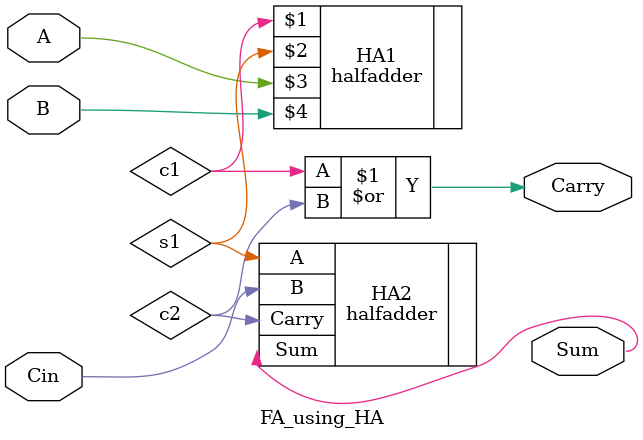
<source format=v>
`timescale 1ns / 1ps


module FA_using_HA(Sum, Carry, A, B, Cin);

input A, B, Cin;
output Sum, Carry;

//Wires are initialized by default
wire s1, c1, c2;

//logic
// Instantiation(By order) must be verified
halfadder HA1(c1, s1, A, B);

// Instantiation By name
halfadder HA2(.Carry(c2), .Sum(Sum), .A(s1), .B(Cin));

//halfadder HA2(c2, Sum, s1, Cin);
 //OR GATE
 or or1(Carry, c1, c2);
 




endmodule




// module instantiation
// DUT_Name Inst_Name(ports with same order of design);
// DUT_Name Inst_Name(ports names should be same as current design);


</source>
